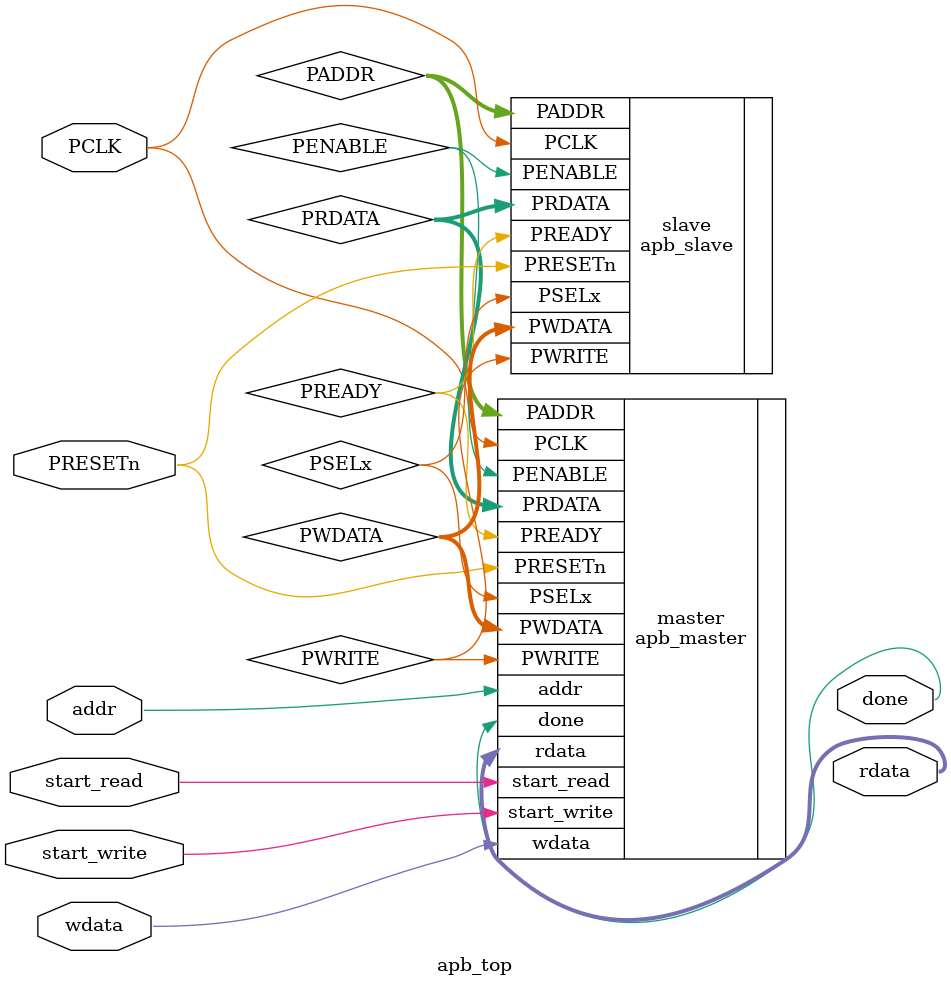
<source format=v>
module apb_top (
    input          PCLK,
    input          PRESETn,
    input          start_write,
    input          start_read,
    output  [7:0]  rdata,
    output         done,
    input         addr,
    input         wdata
);
   
   // reg [7:0]  addr= 8'h10 ; 
   // reg  [7:0]  wdata = 8'hAB ;

    wire        PSELx, PENABLE, PWRITE, PREADY;
    wire [7:0]  PADDR, PWDATA, PRDATA;

    apb_master master (
        .PCLK(PCLK),
        .PRESETn(PRESETn),
        .PSELx(PSELx),
        .PENABLE(PENABLE),
        .PWRITE(PWRITE),
        .PADDR(PADDR),
        .PWDATA(PWDATA),
        .PRDATA(PRDATA),
        .PREADY(PREADY),
        .start_write(start_write),
        .start_read(start_read),
        .addr(addr),
        .wdata(wdata),
        .rdata(rdata),
        .done(done)
    );

    apb_slave slave (
        .PCLK(PCLK),
        .PRESETn(PRESETn),
        .PSELx(PSELx),
        .PENABLE(PENABLE),
        .PWRITE(PWRITE),
        .PADDR(PADDR),
        .PWDATA(PWDATA),
        .PRDATA(PRDATA),
        .PREADY(PREADY)
    );

endmodule
</source>
